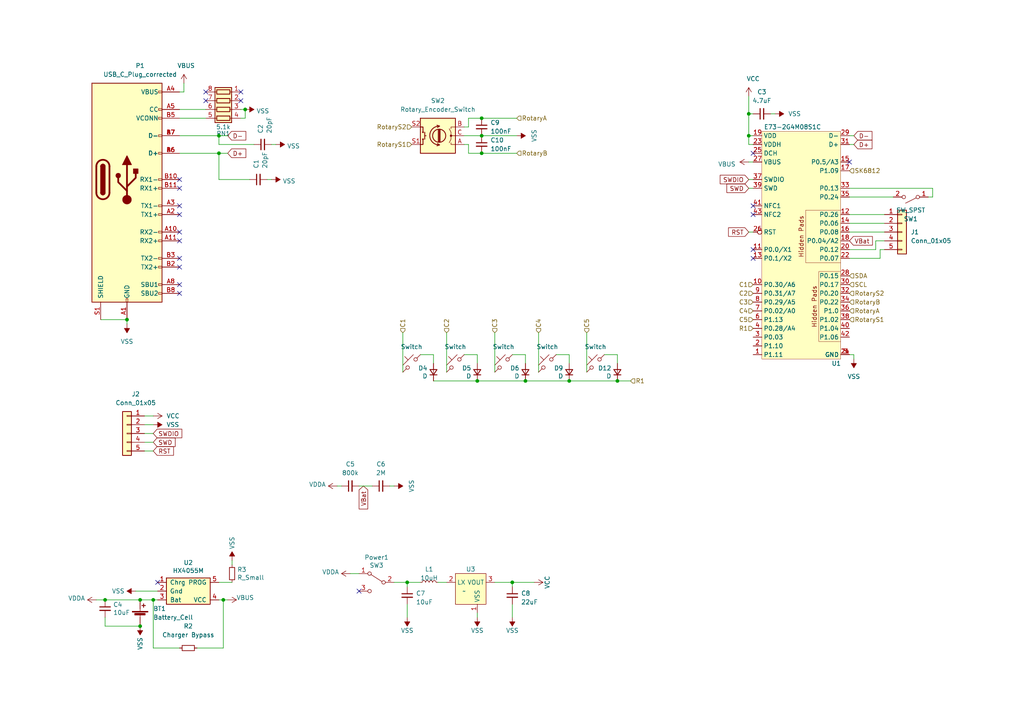
<source format=kicad_sch>
(kicad_sch (version 20230121) (generator eeschema)
  (paper "A4")
  (lib_symbols
    (symbol "BadgePirates:USB_C_Plug_corrected" (pin_names (offset 1.016))
      (property "Reference" "P" (at -10.16 29.21 0))
      (property "Value" "USB_C_Plug_corrected" (at 10.16 29.21 0))
      (symbol "USB_C_Plug_corrected_0_0"
        (rectangle (start -0.254 -35.56) (end 0.254 -34.544))
        (rectangle (start 10.16 -32.766) (end 9.144 -33.274))
        (rectangle (start 10.16 -30.226) (end 9.144 -30.734))
        (rectangle (start 10.16 -25.146) (end 9.144 -25.654))
        (rectangle (start 10.16 -22.606) (end 9.144 -23.114))
        (rectangle (start 10.16 -17.526) (end 9.144 -18.034))
        (rectangle (start 10.16 -14.986) (end 9.144 -15.494))
        (rectangle (start 10.16 -9.906) (end 9.144 -10.414))
        (rectangle (start 10.16 -7.366) (end 9.144 -7.874))
        (rectangle (start 10.16 -2.286) (end 9.144 -2.794))
        (rectangle (start 10.16 0.254) (end 9.144 -0.254))
        (rectangle (start 10.16 7.874) (end 9.144 7.366))
        (rectangle (start 10.16 12.954) (end 9.144 12.446))
        (rectangle (start 10.16 18.034) (end 9.144 17.526))
        (rectangle (start 10.16 20.574) (end 9.144 20.066))
        (rectangle (start 10.16 25.654) (end 9.144 25.146))
      )
      (symbol "USB_C_Plug_corrected_0_1"
        (rectangle (start -10.16 27.94) (end 10.16 -35.56) (stroke (width 0.254)) (fill (type background)))
        (arc (start -8.89 -3.81) (mid -6.985 -5.7067) (end -5.08 -3.81) (stroke (width 0.508)))
        (arc (start -7.62 -3.81) (mid -6.985 -4.4423) (end -6.35 -3.81) (stroke (width 0.254)))
        (arc (start -7.62 -3.81) (mid -6.985 -4.4423) (end -6.35 -3.81) (stroke (width 0.254)) (fill (type outline)))
        (rectangle (start -7.62 -3.81) (end -6.35 3.81) (stroke (width 0.254)) (fill (type outline)))
        (arc (start -6.35 3.81) (mid -6.985 4.4423) (end -7.62 3.81) (stroke (width 0.254)))
        (arc (start -6.35 3.81) (mid -6.985 4.4423) (end -7.62 3.81) (stroke (width 0.254)) (fill (type outline)))
        (arc (start -5.08 3.81) (mid -6.985 5.7067) (end -8.89 3.81) (stroke (width 0.508)))
        (polyline (pts (xy -8.89 -3.81) (xy -8.89 3.81)) (stroke (width 0.508)))
        (polyline (pts (xy -5.08 3.81) (xy -5.08 -3.81)) (stroke (width 0.508)))
      )
      (symbol "USB_C_Plug_corrected_1_1"
        (circle (center -2.54 1.143) (radius 0.635) (stroke (width 0.254)) (fill (type outline)))
        (circle (center 0 -5.842) (radius 1.27) (fill (type outline)))
        (polyline (pts (xy 0 -5.842) (xy 0 4.318)) (stroke (width 0.508)))
        (polyline (pts (xy 0 -3.302) (xy -2.54 -0.762) (xy -2.54 0.508)) (stroke (width 0.508)))
        (polyline (pts (xy 0 -2.032) (xy 2.54 0.508) (xy 2.54 1.778)) (stroke (width 0.508)))
        (polyline (pts (xy -1.27 4.318) (xy 0 6.858) (xy 1.27 4.318) (xy -1.27 4.318)) (stroke (width 0.254)) (fill (type outline)))
        (rectangle (start 1.905 1.778) (end 3.175 3.048) (stroke (width 0.254)) (fill (type outline)))
        (pin passive line (at 0 -40.64 90) (length 5.08) (name "GND") (number "A1"))
        (pin bidirectional line (at 15.24 -15.24 180) (length 5.08) (name "RX2-") (number "A10"))
        (pin bidirectional line (at 15.24 -17.78 180) (length 5.08) (name "RX2+") (number "A11"))
        (pin passive line (at 0 -40.64 90) (length 5.08) hide (name "GND") (number "A12"))
        (pin bidirectional line (at 15.24 -10.16 180) (length 5.08) (name "TX1+") (number "A2"))
        (pin bidirectional line (at 15.24 -7.62 180) (length 5.08) (name "TX1-") (number "A3"))
        (pin passive line (at 15.24 25.4 180) (length 5.08) (name "VBUS") (number "A4"))
        (pin bidirectional line (at 15.24 20.32 180) (length 5.08) (name "CC") (number "A5"))
        (pin bidirectional line (at 15.24 7.62 180) (length 5.08) (name "D+") (number "A6"))
        (pin bidirectional line (at 15.24 12.7 180) (length 5.08) (name "D-") (number "A7"))
        (pin bidirectional line (at 15.24 -30.48 180) (length 5.08) (name "SBU1") (number "A8"))
        (pin passive line (at 15.24 25.4 180) (length 5.08) hide (name "VBUS") (number "A9"))
        (pin passive line (at 0 -40.64 90) (length 5.08) hide (name "GND") (number "B1"))
        (pin bidirectional line (at 15.24 0 180) (length 5.08) (name "RX1-") (number "B10"))
        (pin bidirectional line (at 15.24 -2.54 180) (length 5.08) (name "RX1+") (number "B11"))
        (pin passive line (at 0 -40.64 90) (length 5.08) hide (name "GND") (number "B12"))
        (pin bidirectional line (at 15.24 -25.4 180) (length 5.08) (name "TX2+") (number "B2"))
        (pin bidirectional line (at 15.24 -22.86 180) (length 5.08) (name "TX2-") (number "B3"))
        (pin passive line (at 15.24 25.4 180) (length 5.08) hide (name "VBUS") (number "B4"))
        (pin bidirectional line (at 15.24 17.78 180) (length 5.08) (name "VCONN") (number "B5"))
        (pin bidirectional line (at 15.24 7.62 180) (length 5.08) (name "D+") (number "B6"))
        (pin bidirectional line (at 15.24 12.7 180) (length 5.08) (name "D-") (number "B7"))
        (pin bidirectional line (at 15.24 -33.02 180) (length 5.08) (name "SBU2") (number "B8"))
        (pin passive line (at 15.24 25.4 180) (length 5.08) hide (name "VBUS") (number "B9"))
        (pin passive line (at -7.62 -40.64 90) (length 5.08) (name "SHIELD") (number "S1"))
      )
    )
    (symbol "Connector_Generic:Conn_01x05" (pin_names (offset 1.016) hide)
      (property "Reference" "J" (at 0 7.62 0))
      (property "Value" "Conn_01x05" (at 0 -7.62 0))
      (symbol "Conn_01x05_1_1"
        (rectangle (start -1.27 -4.953) (end 0 -5.207) (stroke (width 0.1524)))
        (rectangle (start -1.27 -2.413) (end 0 -2.667) (stroke (width 0.1524)))
        (rectangle (start -1.27 0.127) (end 0 -0.127) (stroke (width 0.1524)))
        (rectangle (start -1.27 2.667) (end 0 2.413) (stroke (width 0.1524)))
        (rectangle (start -1.27 5.207) (end 0 4.953) (stroke (width 0.1524)))
        (rectangle (start -1.27 6.35) (end 1.27 -6.35) (stroke (width 0.254)) (fill (type background)))
        (pin passive line (at -5.08 5.08 0) (length 3.81) (name "Pin_1") (number "1"))
        (pin passive line (at -5.08 2.54 0) (length 3.81) (name "Pin_2") (number "2"))
        (pin passive line (at -5.08 0 0) (length 3.81) (name "Pin_3") (number "3"))
        (pin passive line (at -5.08 -2.54 0) (length 3.81) (name "Pin_4") (number "4"))
        (pin passive line (at -5.08 -5.08 0) (length 3.81) (name "Pin_5") (number "5"))
      )
    )
    (symbol "Device:Battery_Cell" (pin_numbers hide) (pin_names (offset 0) hide)
      (property "Reference" "BT" (at 2.54 2.54 0))
      (property "Value" "Battery_Cell" (at 2.54 0 0))
      (symbol "Battery_Cell_0_1"
        (rectangle (start -2.286 1.778) (end 2.286 1.524) (fill (type outline)))
        (rectangle (start -1.5748 1.1938) (end 1.4732 0.6858) (fill (type outline)))
        (polyline (pts (xy 0 0.762) (xy 0 0)))
        (polyline (pts (xy 0 1.778) (xy 0 2.54)))
        (polyline (pts (xy 0.508 3.429) (xy 1.524 3.429)) (stroke (width 0.254)))
        (polyline (pts (xy 1.016 3.937) (xy 1.016 2.921)) (stroke (width 0.254)))
      )
      (symbol "Battery_Cell_1_1"
        (pin passive line (at 0 5.08 270) (length 2.54) (name "+") (number "1"))
        (pin passive line (at 0 -2.54 90) (length 2.54) (name "-") (number "2"))
      )
    )
    (symbol "Device:C_Small" (pin_numbers hide) (pin_names (offset 0.254) hide)
      (property "Reference" "C" (at 0.254 1.778 0))
      (property "Value" "C_Small" (at 0.254 -2.032 0))
      (symbol "C_Small_0_1"
        (polyline (pts (xy -1.524 -0.508) (xy 1.524 -0.508)) (stroke (width 0.3302)))
        (polyline (pts (xy -1.524 0.508) (xy 1.524 0.508)) (stroke (width 0.3048)))
      )
      (symbol "C_Small_1_1"
        (pin passive line (at 0 2.54 270) (length 2.032) (name "~") (number "1"))
        (pin passive line (at 0 -2.54 90) (length 2.032) (name "~") (number "2"))
      )
    )
    (symbol "Device:D_Small" (pin_numbers hide) (pin_names (offset 0.254) hide)
      (property "Reference" "D" (at -1.27 2.032 0))
      (property "Value" "D_Small" (at -3.81 -2.032 0))
      (symbol "D_Small_0_1"
        (polyline (pts (xy -0.762 -1.016) (xy -0.762 1.016)) (stroke (width 0.254)))
        (polyline (pts (xy -0.762 0) (xy 0.762 0)))
        (polyline (pts (xy 0.762 -1.016) (xy -0.762 0) (xy 0.762 1.016) (xy 0.762 -1.016)) (stroke (width 0.254)))
      )
      (symbol "D_Small_1_1"
        (pin passive line (at -2.54 0 0) (length 1.778) (name "K") (number "1"))
        (pin passive line (at 2.54 0 180) (length 1.778) (name "A") (number "2"))
      )
    )
    (symbol "Device:L_Small" (pin_numbers hide) (pin_names (offset 0.254) hide)
      (property "Reference" "L" (at 0.762 1.016 0))
      (property "Value" "L_Small" (at 0.762 -1.016 0))
      (symbol "L_Small_0_1"
        (arc (start 0 -2.032) (mid 0.5058 -1.524) (end 0 -1.016))
        (arc (start 0 -1.016) (mid 0.5058 -0.508) (end 0 0))
        (arc (start 0 0) (mid 0.5058 0.508) (end 0 1.016))
        (arc (start 0 1.016) (mid 0.5058 1.524) (end 0 2.032))
      )
      (symbol "L_Small_1_1"
        (pin passive line (at 0 2.54 270) (length 0.508) (name "~") (number "1"))
        (pin passive line (at 0 -2.54 90) (length 0.508) (name "~") (number "2"))
      )
    )
    (symbol "Device:R_Pack04" (pin_names (offset 0) hide)
      (property "Reference" "RN" (at -7.62 0 90))
      (property "Value" "R_Pack04" (at 5.08 0 90))
      (symbol "R_Pack04_0_1"
        (rectangle (start -6.35 -2.413) (end 3.81 2.413) (stroke (width 0.254)) (fill (type background)))
        (rectangle (start -5.715 1.905) (end -4.445 -1.905) (stroke (width 0.254)))
        (rectangle (start -3.175 1.905) (end -1.905 -1.905) (stroke (width 0.254)))
        (rectangle (start -0.635 1.905) (end 0.635 -1.905) (stroke (width 0.254)))
        (polyline (pts (xy -5.08 -2.54) (xy -5.08 -1.905)))
        (polyline (pts (xy -5.08 1.905) (xy -5.08 2.54)))
        (polyline (pts (xy -2.54 -2.54) (xy -2.54 -1.905)))
        (polyline (pts (xy -2.54 1.905) (xy -2.54 2.54)))
        (polyline (pts (xy 0 -2.54) (xy 0 -1.905)))
        (polyline (pts (xy 0 1.905) (xy 0 2.54)))
        (polyline (pts (xy 2.54 -2.54) (xy 2.54 -1.905)))
        (polyline (pts (xy 2.54 1.905) (xy 2.54 2.54)))
        (rectangle (start 1.905 1.905) (end 3.175 -1.905) (stroke (width 0.254)))
      )
      (symbol "R_Pack04_1_1"
        (pin passive line (at -5.08 -5.08 90) (length 2.54) (name "R1.1") (number "1"))
        (pin passive line (at -2.54 -5.08 90) (length 2.54) (name "R2.1") (number "2"))
        (pin passive line (at 0 -5.08 90) (length 2.54) (name "R3.1") (number "3"))
        (pin passive line (at 2.54 -5.08 90) (length 2.54) (name "R4.1") (number "4"))
        (pin passive line (at 2.54 5.08 270) (length 2.54) (name "R4.2") (number "5"))
        (pin passive line (at 0 5.08 270) (length 2.54) (name "R3.2") (number "6"))
        (pin passive line (at -2.54 5.08 270) (length 2.54) (name "R2.2") (number "7"))
        (pin passive line (at -5.08 5.08 270) (length 2.54) (name "R1.2") (number "8"))
      )
    )
    (symbol "Device:R_Small" (pin_numbers hide) (pin_names (offset 0.254) hide)
      (property "Reference" "R" (at 0.762 0.508 0))
      (property "Value" "R_Small" (at 0.762 -1.016 0))
      (symbol "R_Small_0_1"
        (rectangle (start -0.762 1.778) (end 0.762 -1.778) (stroke (width 0.2032)))
      )
      (symbol "R_Small_1_1"
        (pin passive line (at 0 2.54 270) (length 0.762) (name "~") (number "1"))
        (pin passive line (at 0 -2.54 90) (length 0.762) (name "~") (number "2"))
      )
    )
    (symbol "Device:Rotary_Encoder_Switch" (pin_names (offset 0.254) hide)
      (property "Reference" "SW" (at 0 6.604 0))
      (property "Value" "Rotary_Encoder_Switch" (at 0 -6.604 0))
      (symbol "Rotary_Encoder_Switch_0_1"
        (rectangle (start -5.08 5.08) (end 5.08 -5.08) (stroke (width 0.254)) (fill (type background)))
        (circle (center -3.81 0) (radius 0.254) (fill (type outline)))
        (arc (start -0.381 -2.794) (mid 2.3376 -0.0635) (end -0.381 2.667) (stroke (width 0.254)))
        (circle (center -0.381 0) (radius 1.905) (stroke (width 0.254)))
        (polyline (pts (xy -0.635 -1.778) (xy -0.635 1.778)) (stroke (width 0.254)))
        (polyline (pts (xy -0.381 -1.778) (xy -0.381 1.778)) (stroke (width 0.254)))
        (polyline (pts (xy -0.127 1.778) (xy -0.127 -1.778)) (stroke (width 0.254)))
        (polyline (pts (xy 3.81 0) (xy 3.429 0)) (stroke (width 0.254)))
        (polyline (pts (xy 3.81 1.016) (xy 3.81 -1.016)) (stroke (width 0.254)))
        (polyline (pts (xy -5.08 -2.54) (xy -3.81 -2.54) (xy -3.81 -2.032)))
        (polyline (pts (xy -5.08 2.54) (xy -3.81 2.54) (xy -3.81 2.032)))
        (polyline (pts (xy 0.254 -3.048) (xy -0.508 -2.794) (xy 0.127 -2.413)) (stroke (width 0.254)))
        (polyline (pts (xy 0.254 2.921) (xy -0.508 2.667) (xy 0.127 2.286)) (stroke (width 0.254)))
        (polyline (pts (xy 5.08 -2.54) (xy 4.318 -2.54) (xy 4.318 -1.016)) (stroke (width 0.254)))
        (polyline (pts (xy 5.08 2.54) (xy 4.318 2.54) (xy 4.318 1.016)) (stroke (width 0.254)))
        (polyline (pts (xy -5.08 0) (xy -3.81 0) (xy -3.81 -1.016) (xy -3.302 -2.032)))
        (polyline (pts (xy -4.318 0) (xy -3.81 0) (xy -3.81 1.016) (xy -3.302 2.032)))
        (circle (center 4.318 -1.016) (radius 0.127) (stroke (width 0.254)))
        (circle (center 4.318 1.016) (radius 0.127) (stroke (width 0.254)))
      )
      (symbol "Rotary_Encoder_Switch_1_1"
        (pin passive line (at -7.62 2.54 0) (length 2.54) (name "A") (number "A"))
        (pin passive line (at -7.62 -2.54 0) (length 2.54) (name "B") (number "B"))
        (pin passive line (at -7.62 0 0) (length 2.54) (name "C") (number "C"))
        (pin passive line (at 7.62 2.54 180) (length 2.54) (name "S1") (number "S1"))
        (pin passive line (at 7.62 -2.54 180) (length 2.54) (name "S2") (number "S2"))
      )
    )
    (symbol "E73:E73-2G4M08S1C"
      (property "Reference" "U" (at -19.05 -66.04 0))
      (property "Value" "E73-2G4M08S1C" (at 0 13.97 0))
      (symbol "E73-2G4M08S1C_0_0"
        (rectangle (start -10.16 12.7) (end 12.7 -53.34) (stroke (width 0.001)) (fill (type background)))
        (text "Hidden Pads" (at 1.27 -17.78 900) (effects (font (size 1.27 1.27))))
        (text "Hidden Pads" (at 5.08 -38.1 900) (effects (font (size 1.27 1.27))))
      )
      (symbol "E73-2G4M08S1C_0_1"
        (polyline (pts (xy 12.7 -27.94) (xy 6.35 -27.94) (xy 6.35 -48.26) (xy 12.7 -48.26)) (stroke (width 0.0005)))
        (polyline (pts (xy 12.7 -10.16) (xy 2.54 -10.16) (xy 2.54 -25.4) (xy 12.7 -25.4)) (stroke (width 0.0005)))
      )
      (symbol "E73-2G4M08S1C_1_1"
        (pin input line (at -12.7 -52.07 0) (length 2.54) (name "P1.11") (number "1"))
        (pin input line (at -12.7 -31.75 0) (length 2.54) (name "P0.30/A6") (number "10"))
        (pin input line (at -12.7 -21.59 0) (length 2.54) (name "P0.0/X1") (number "11"))
        (pin input line (at 15.24 -11.43 180) (length 2.54) (name "P0.26") (number "12"))
        (pin input line (at -12.7 -24.13 0) (length 2.54) (name "P0.1/X2") (number "13"))
        (pin input line (at 15.24 -13.97 180) (length 2.54) (name "P0.06") (number "14"))
        (pin input line (at 15.24 3.81 180) (length 2.54) (name "P0.5/A3") (number "15"))
        (pin input line (at 15.24 -16.51 180) (length 2.54) (name "P0.08") (number "16"))
        (pin input line (at 15.24 1.27 180) (length 2.54) (name "P1.09") (number "17"))
        (pin input line (at 15.24 -19.05 180) (length 2.54) (name "P0.04/A2") (number "18"))
        (pin input line (at -12.7 11.43 0) (length 2.54) (name "VDD") (number "19"))
        (pin input line (at -12.7 -49.53 0) (length 2.54) (name "P1.10") (number "2"))
        (pin input line (at 15.24 -21.59 180) (length 2.54) (name "P0.12") (number "20"))
        (pin input line (at 15.24 -52.07 180) (length 2.54) (name "GND") (number "21"))
        (pin input line (at 15.24 -24.13 180) (length 2.54) (name "P0.07") (number "22"))
        (pin input line (at -12.7 8.89 0) (length 2.54) (name "VDDH") (number "23"))
        (pin input line (at 15.24 -52.07 180) (length 2.54) (name "GND") (number "24"))
        (pin output line (at -12.7 6.35 0) (length 2.54) (name "DCH") (number "25"))
        (pin input inverted (at -12.7 -16.51 0) (length 2.54) (name "RST") (number "26"))
        (pin input line (at -12.7 3.81 0) (length 2.54) (name "VBUS") (number "27"))
        (pin input line (at 15.24 -29.21 180) (length 2.54) (name "P0.15") (number "28"))
        (pin input line (at 15.24 11.43 180) (length 2.54) (name "D-") (number "29"))
        (pin input line (at -12.7 -46.99 0) (length 2.54) (name "P0.03") (number "3"))
        (pin input line (at 15.24 -31.75 180) (length 2.54) (name "P0.17") (number "30"))
        (pin input line (at 15.24 8.89 180) (length 2.54) (name "D+") (number "31"))
        (pin input line (at 15.24 -34.29 180) (length 2.54) (name "P0.20") (number "32"))
        (pin input line (at 15.24 -3.81 180) (length 2.54) (name "P0.13") (number "33"))
        (pin input line (at 15.24 -36.83 180) (length 2.54) (name "P0.22") (number "34"))
        (pin input line (at 15.24 -6.35 180) (length 2.54) (name "P0.24") (number "35"))
        (pin input line (at 15.24 -39.37 180) (length 2.54) (name "P1.0") (number "36"))
        (pin input line (at -12.7 -1.27 0) (length 2.54) (name "SWDIO") (number "37"))
        (pin input line (at 15.24 -41.91 180) (length 2.54) (name "P1.02") (number "38"))
        (pin input line (at -12.7 -3.81 0) (length 2.54) (name "SWD") (number "39"))
        (pin input line (at -12.7 -44.45 0) (length 2.54) (name "P0.28/A4") (number "4"))
        (pin input line (at 15.24 -44.45 180) (length 2.54) (name "P1.04") (number "40"))
        (pin input line (at -12.7 -8.89 0) (length 2.54) (name "NFC1") (number "41"))
        (pin input line (at 15.24 -46.99 180) (length 2.54) (name "P1.06") (number "42"))
        (pin input line (at -12.7 -11.43 0) (length 2.54) (name "NFC2") (number "43"))
        (pin input line (at 15.24 -52.07 180) (length 2.54) (name "GND") (number "5"))
        (pin input line (at -12.7 -41.91 0) (length 2.54) (name "P1.13") (number "6"))
        (pin input line (at -12.7 -39.37 0) (length 2.54) (name "P0.02/A0") (number "7"))
        (pin input line (at -12.7 -36.83 0) (length 2.54) (name "P0.29/A5") (number "8"))
        (pin input line (at -12.7 -34.29 0) (length 2.54) (name "P0.31/A7") (number "9"))
      )
    )
    (symbol "Switch:SW_Push_45deg" (pin_numbers hide) (pin_names (offset 1.016) hide)
      (property "Reference" "SW" (at 3.048 1.016 0))
      (property "Value" "SW_Push_45deg" (at 0 -3.81 0))
      (symbol "SW_Push_45deg_0_1"
        (circle (center -1.1684 1.1684) (radius 0.508))
        (polyline (pts (xy -0.508 2.54) (xy 2.54 -0.508)))
        (polyline (pts (xy 1.016 1.016) (xy 2.032 2.032)))
        (polyline (pts (xy -2.54 2.54) (xy -1.524 1.524) (xy -1.524 1.524)))
        (polyline (pts (xy 1.524 -1.524) (xy 2.54 -2.54) (xy 2.54 -2.54) (xy 2.54 -2.54)))
        (circle (center 1.143 -1.1938) (radius 0.508))
        (pin passive line (at -2.54 2.54 0) (length 0) (name "1") (number "1"))
        (pin passive line (at 2.54 -2.54 180) (length 0) (name "2") (number "2"))
      )
    )
    (symbol "Switch:SW_SPDT" (pin_names (offset 0) hide)
      (property "Reference" "SW" (at 0 4.318 0))
      (property "Value" "SW_SPDT" (at 0 -5.08 0))
      (symbol "SW_SPDT_0_0"
        (circle (center -2.032 0) (radius 0.508))
        (circle (center 2.032 -2.54) (radius 0.508))
      )
      (symbol "SW_SPDT_0_1"
        (polyline (pts (xy -1.524 0.254) (xy 1.651 2.286)))
        (circle (center 2.032 2.54) (radius 0.508))
      )
      (symbol "SW_SPDT_1_1"
        (pin passive line (at 5.08 2.54 180) (length 2.54) (name "A") (number "1"))
        (pin passive line (at -5.08 0 0) (length 2.54) (name "B") (number "2"))
        (pin passive line (at 5.08 -2.54 180) (length 2.54) (name "C") (number "3"))
      )
    )
    (symbol "Switch:SW_SPST" (pin_names (offset 0) hide)
      (property "Reference" "SW" (at 0 3.175 0))
      (property "Value" "SW_SPST" (at 0 -2.54 0))
      (symbol "SW_SPST_0_0"
        (circle (center -2.032 0) (radius 0.508))
        (polyline (pts (xy -1.524 0.254) (xy 1.524 1.778)))
        (circle (center 2.032 0) (radius 0.508))
      )
      (symbol "SW_SPST_1_1"
        (pin passive line (at -5.08 0 0) (length 2.54) (name "A") (number "1"))
        (pin passive line (at 5.08 0 180) (length 2.54) (name "B") (number "2"))
      )
    )
    (symbol "TwitterKeyboard-rescue:HX4055M-MechKeyboard" (pin_names (offset 1.016))
      (property "Reference" "U" (at 5.08 -10.16 0))
      (property "Value" "HX4055M-MechKeyboard" (at 0 0 0))
      (symbol "HX4055M-MechKeyboard_0_1"
        (rectangle (start -6.35 -1.27) (end 6.35 -8.89) (stroke (width 0.254)) (fill (type background)))
      )
      (symbol "HX4055M-MechKeyboard_1_1"
        (pin input line (at -8.89 -2.54 0) (length 2.54) (name "Chrg") (number "1"))
        (pin input line (at -8.89 -5.08 0) (length 2.54) (name "Gnd") (number "2"))
        (pin input line (at -8.89 -7.62 0) (length 2.54) (name "Bat") (number "3"))
        (pin input line (at 8.89 -7.62 180) (length 2.54) (name "VCC") (number "4"))
        (pin input line (at 8.89 -2.54 180) (length 2.54) (name "PROG") (number "5"))
      )
    )
    (symbol "UE-Power:XT1861B332MR-G"
      (property "Reference" "U" (at -2.54 6.35 0))
      (symbol "XT1861B332MR-G_1_1"
        (rectangle (start -2.54 5.08) (end 6.35 -3.81) (fill (type background)))
        (pin input line (at 3.81 -6.35 90) (length 2.54) (name "VSS") (number "1"))
        (pin input line (at -5.08 2.54 0) (length 2.54) (name "LX") (number "2"))
        (pin input line (at 8.89 2.54 180) (length 2.54) (name "VOUT") (number "3"))
      )
    )
    (symbol "power:VBUS" (power) (pin_names (offset 0))
      (property "Value" "VBUS" (at 0 3.81 0))
      (symbol "VBUS_0_1"
        (polyline (pts (xy -0.762 1.27) (xy 0 2.54)))
        (polyline (pts (xy 0 0) (xy 0 2.54)))
        (polyline (pts (xy 0 2.54) (xy 0.762 1.27)))
      )
      (symbol "VBUS_1_1"
        (pin power_in line (at 0 0 90) (length 0) hide (name "VBUS") (number "1"))
      )
    )
    (symbol "power:VCC" (power) (pin_names (offset 0))
      (property "Value" "VCC" (at 0 3.81 0))
      (symbol "VCC_0_1"
        (polyline (pts (xy -0.762 1.27) (xy 0 2.54)))
        (polyline (pts (xy 0 0) (xy 0 2.54)))
        (polyline (pts (xy 0 2.54) (xy 0.762 1.27)))
      )
      (symbol "VCC_1_1"
        (pin power_in line (at 0 0 90) (length 0) hide (name "VCC") (number "1"))
      )
    )
    (symbol "power:VDDA" (power) (pin_names (offset 0))
      (property "Value" "VDDA" (at 0 3.81 0))
      (symbol "VDDA_0_1"
        (polyline (pts (xy -0.762 1.27) (xy 0 2.54)))
        (polyline (pts (xy 0 0) (xy 0 2.54)))
        (polyline (pts (xy 0 2.54) (xy 0.762 1.27)))
      )
      (symbol "VDDA_1_1"
        (pin power_in line (at 0 0 90) (length 0) hide (name "VDDA") (number "1"))
      )
    )
    (symbol "power:VSS" (power) (pin_names (offset 0))
      (property "Value" "VSS" (at 0 3.81 0))
      (symbol "VSS_0_1"
        (polyline (pts (xy 0 0) (xy 0 2.54)))
        (polyline (pts (xy 0.762 1.27) (xy -0.762 1.27) (xy 0 2.54) (xy 0.762 1.27)) (fill (type outline)))
      )
      (symbol "VSS_1_1"
        (pin power_in line (at 0 0 90) (length 0) hide (name "VSS") (number "1"))
      )
    )
  )
  (junction (at 44.45 173.99) (diameter 0.9144))
  (junction (at 139.7 34.29) (diameter 0.9144))
  (junction (at 40.64 173.99) (diameter 0.9144))
  (junction (at 63.5 44.45) (diameter 0.9144))
  (junction (at 138.43 110.49) (diameter 0.9144))
  (junction (at 179.07 110.49) (diameter 0.9144))
  (junction (at 217.17 33.02) (diameter 0.9144))
  (junction (at 165.1 110.49) (diameter 0.9144))
  (junction (at 64.77 173.99) (diameter 0.9144))
  (junction (at 139.7 39.37) (diameter 0.9144))
  (junction (at 152.4 110.49) (diameter 0.9144))
  (junction (at 139.7 44.45) (diameter 0.9144))
  (junction (at 71.12 31.75) (diameter 0.9144))
  (junction (at 63.5 39.37) (diameter 0.9144))
  (junction (at 30.48 173.99) (diameter 0.9144))
  (junction (at 40.64 181.61) (diameter 0.9144))
  (junction (at 36.83 92.71) (diameter 0.9144))
  (junction (at 148.59 168.91))
  (junction (at 118.11 168.91))
  (junction (at 217.17 39.37) (diameter 0.9144))
  (no_connect (at 52.07 69.85))
  (no_connect (at 52.07 62.23))
  (no_connect (at 52.07 67.31))
  (no_connect (at 218.44 74.93))
  (no_connect (at 69.85 29.21))
  (no_connect (at 59.69 26.67))
  (no_connect (at 52.07 77.47))
  (no_connect (at 52.07 59.69))
  (no_connect (at 52.07 74.93))
  (no_connect (at 45.72 168.91))
  (no_connect (at 104.14 171.45))
  (no_connect (at 218.44 44.45))
  (no_connect (at 218.44 62.23))
  (no_connect (at 52.07 82.55))
  (no_connect (at 52.07 85.09))
  (no_connect (at 52.07 52.07))
  (no_connect (at 218.44 59.69))
  (no_connect (at 218.44 72.39))
  (no_connect (at 52.07 54.61))
  (no_connect (at 59.69 29.21))
  (no_connect (at 246.38 46.99))
  (no_connect (at 69.85 26.67))
  (wire (pts (xy 254 69.85) (xy 254 72.39)))
  (wire (pts (xy 246.38 62.23) (xy 256.54 62.23)))
  (wire (pts (xy 27.94 173.99) (xy 30.48 173.99)))
  (wire (pts (xy 39.37 171.45) (xy 45.72 171.45)))
  (wire (pts (xy 217.17 46.99) (xy 218.44 46.99)))
  (wire (pts (xy 246.38 67.31) (xy 256.54 67.31)))
  (wire (pts (xy 63.5 52.07) (xy 63.5 44.45)))
  (wire (pts (xy 52.07 187.96) (xy 44.45 187.96)))
  (wire (pts (xy 118.11 175.26) (xy 118.11 179.07)))
  (wire (pts (xy 254 72.39) (xy 246.38 72.39)))
  (wire (pts (xy 165.1 110.49) (xy 179.07 110.49)))
  (wire (pts (xy 116.84 96.52) (xy 116.84 107.95)))
  (wire (pts (xy 129.54 96.52) (xy 129.54 107.95)))
  (wire (pts (xy 63.5 39.37) (xy 66.04 39.37)))
  (wire (pts (xy 52.07 39.37) (xy 63.5 39.37)))
  (wire (pts (xy 156.21 96.52) (xy 156.21 107.95)))
  (wire (pts (xy 255.27 72.39) (xy 256.54 72.39)))
  (wire (pts (xy 223.52 33.02) (xy 224.79 33.02)))
  (wire (pts (xy 77.47 52.07) (xy 78.74 52.07)))
  (wire (pts (xy 246.38 64.77) (xy 256.54 64.77)))
  (wire (pts (xy 64.77 173.99) (xy 66.04 173.99)))
  (wire (pts (xy 255.27 74.93) (xy 255.27 72.39)))
  (wire (pts (xy 152.4 105.41) (xy 152.4 102.87)))
  (wire (pts (xy 30.48 179.07) (xy 30.48 181.61)))
  (wire (pts (xy 138.43 102.87) (xy 134.62 102.87)))
  (wire (pts (xy 217.17 67.31) (xy 218.44 67.31)))
  (wire (pts (xy 139.7 39.37) (xy 149.86 39.37)))
  (wire (pts (xy 256.54 69.85) (xy 254 69.85)))
  (wire (pts (xy 71.12 31.75) (xy 71.12 34.29)))
  (wire (pts (xy 218.44 41.91) (xy 217.17 41.91)))
  (wire (pts (xy 52.07 34.29) (xy 59.69 34.29)))
  (wire (pts (xy 40.64 173.99) (xy 44.45 173.99)))
  (wire (pts (xy 101.6 166.37) (xy 104.14 166.37)))
  (wire (pts (xy 69.85 31.75) (xy 71.12 31.75)))
  (wire (pts (xy 57.15 187.96) (xy 64.77 187.96)))
  (wire (pts (xy 165.1 105.41) (xy 165.1 102.87)))
  (wire (pts (xy 97.79 140.97) (xy 99.06 140.97)))
  (wire (pts (xy 269.24 57.15) (xy 270.51 57.15)))
  (wire (pts (xy 78.74 41.91) (xy 80.01 41.91)))
  (wire (pts (xy 67.31 163.83) (xy 67.31 162.56)))
  (wire (pts (xy 165.1 102.87) (xy 161.29 102.87)))
  (wire (pts (xy 52.07 31.75) (xy 59.69 31.75)))
  (wire (pts (xy 53.34 24.13) (xy 53.34 26.67)))
  (wire (pts (xy 134.62 36.83) (xy 135.89 36.83)))
  (wire (pts (xy 63.5 168.91) (xy 67.31 168.91)))
  (wire (pts (xy 217.17 33.02) (xy 217.17 39.37)))
  (wire (pts (xy 135.89 36.83) (xy 135.89 34.29)))
  (wire (pts (xy 179.07 105.41) (xy 179.07 102.87)))
  (wire (pts (xy 217.17 27.94) (xy 217.17 33.02)))
  (wire (pts (xy 179.07 110.49) (xy 182.88 110.49)))
  (wire (pts (xy 41.91 130.81) (xy 44.45 130.81)))
  (wire (pts (xy 63.5 41.91) (xy 63.5 39.37)))
  (wire (pts (xy 247.65 41.91) (xy 246.38 41.91)))
  (wire (pts (xy 135.89 41.91) (xy 135.89 44.45)))
  (wire (pts (xy 118.11 168.91) (xy 121.92 168.91)))
  (wire (pts (xy 138.43 177.8) (xy 138.43 179.07)))
  (wire (pts (xy 217.17 41.91) (xy 217.17 39.37)))
  (wire (pts (xy 113.03 140.97) (xy 114.3 140.97)))
  (wire (pts (xy 135.89 44.45) (xy 139.7 44.45)))
  (wire (pts (xy 179.07 102.87) (xy 175.26 102.87)))
  (wire (pts (xy 53.34 26.67) (xy 52.07 26.67)))
  (wire (pts (xy 44.45 187.96) (xy 44.45 173.99)))
  (wire (pts (xy 246.38 54.61) (xy 270.51 54.61)))
  (wire (pts (xy 30.48 173.99) (xy 40.64 173.99)))
  (wire (pts (xy 125.73 105.41) (xy 125.73 102.87)))
  (wire (pts (xy 63.5 44.45) (xy 66.04 44.45)))
  (wire (pts (xy 138.43 105.41) (xy 138.43 102.87)))
  (wire (pts (xy 135.89 34.29) (xy 139.7 34.29)))
  (wire (pts (xy 217.17 54.61) (xy 218.44 54.61)))
  (wire (pts (xy 270.51 54.61) (xy 270.51 57.15)))
  (wire (pts (xy 134.62 39.37) (xy 139.7 39.37)))
  (wire (pts (xy 170.18 96.52) (xy 170.18 107.95)))
  (wire (pts (xy 246.38 74.93) (xy 255.27 74.93)))
  (wire (pts (xy 64.77 187.96) (xy 64.77 173.99)))
  (wire (pts (xy 139.7 44.45) (xy 149.86 44.45)))
  (wire (pts (xy 44.45 173.99) (xy 45.72 173.99)))
  (wire (pts (xy 127 168.91) (xy 129.54 168.91)))
  (wire (pts (xy 247.65 39.37) (xy 246.38 39.37)))
  (wire (pts (xy 125.73 102.87) (xy 121.92 102.87)))
  (wire (pts (xy 138.43 110.49) (xy 152.4 110.49)))
  (wire (pts (xy 72.39 52.07) (xy 63.5 52.07)))
  (wire (pts (xy 29.21 92.71) (xy 36.83 92.71)))
  (wire (pts (xy 41.91 128.27) (xy 44.45 128.27)))
  (wire (pts (xy 30.48 181.61) (xy 40.64 181.61)))
  (wire (pts (xy 63.5 173.99) (xy 64.77 173.99)))
  (wire (pts (xy 148.59 168.91) (xy 148.59 170.18)))
  (wire (pts (xy 152.4 102.87) (xy 148.59 102.87)))
  (wire (pts (xy 247.65 102.87) (xy 246.38 102.87)))
  (wire (pts (xy 218.44 39.37) (xy 217.17 39.37)))
  (wire (pts (xy 148.59 168.91) (xy 154.94 168.91)))
  (wire (pts (xy 41.91 123.19) (xy 44.45 123.19)))
  (wire (pts (xy 143.51 168.91) (xy 148.59 168.91)))
  (wire (pts (xy 118.11 168.91) (xy 118.11 170.18)))
  (wire (pts (xy 139.7 34.29) (xy 149.86 34.29)))
  (wire (pts (xy 143.51 96.52) (xy 143.51 107.95)))
  (wire (pts (xy 73.66 41.91) (xy 63.5 41.91)))
  (wire (pts (xy 69.85 34.29) (xy 71.12 34.29)))
  (wire (pts (xy 246.38 57.15) (xy 259.08 57.15)))
  (wire (pts (xy 36.83 92.71) (xy 36.83 93.98)))
  (wire (pts (xy 125.73 110.49) (xy 138.43 110.49)))
  (wire (pts (xy 104.14 140.97) (xy 107.95 140.97)))
  (wire (pts (xy 217.17 52.07) (xy 218.44 52.07)))
  (wire (pts (xy 52.07 44.45) (xy 63.5 44.45)))
  (wire (pts (xy 247.65 104.14) (xy 247.65 102.87)))
  (wire (pts (xy 217.17 33.02) (xy 218.44 33.02)))
  (wire (pts (xy 41.91 120.65) (xy 44.45 120.65)))
  (wire (pts (xy 114.3 168.91) (xy 118.11 168.91)))
  (wire (pts (xy 152.4 110.49) (xy 165.1 110.49)))
  (wire (pts (xy 41.91 125.73) (xy 44.45 125.73)))
  (wire (pts (xy 134.62 41.91) (xy 135.89 41.91)))
  (wire (pts (xy 148.59 175.26) (xy 148.59 179.07)))
  (global_label "SWDIO" (shape input) (at 217.17 52.07 180) (property "Intersheetrefs" "${INTERSHEET_REFS}" (effects hide)))
  (global_label "SWD" (shape input) (at 217.17 54.61 180) (property "Intersheetrefs" "${INTERSHEET_REFS}" (effects hide)))
  (global_label "VBat" (shape input) (at 105.41 140.97 270) (property "Intersheetrefs" "${INTERSHEET_REFS}" (effects hide)))
  (global_label "SWDIO" (shape input) (at 44.45 125.73 0) (property "Intersheetrefs" "${INTERSHEET_REFS}" (effects hide)))
  (global_label "RST" (shape input) (at 44.45 130.81 0) (property "Intersheetrefs" "${INTERSHEET_REFS}" (effects hide)))
  (global_label "D+" (shape input) (at 247.65 41.91 0) (property "Intersheetrefs" "${INTERSHEET_REFS}" (effects hide)))
  (global_label "D+" (shape input) (at 66.04 44.45 0) (property "Intersheetrefs" "${INTERSHEET_REFS}" (effects hide)))
  (global_label "RST" (shape input) (at 217.17 67.31 180) (property "Intersheetrefs" "${INTERSHEET_REFS}" (effects hide)))
  (global_label "SWD" (shape input) (at 44.45 128.27 0) (property "Intersheetrefs" "${INTERSHEET_REFS}" (effects hide)))
  (global_label "D-" (shape input) (at 247.65 39.37 0) (property "Intersheetrefs" "${INTERSHEET_REFS}" (effects hide)))
  (global_label "D-" (shape input) (at 66.04 39.37 0) (property "Intersheetrefs" "${INTERSHEET_REFS}" (effects hide)))
  (global_label "VBat" (shape input) (at 246.38 69.85 0) (property "Intersheetrefs" "${INTERSHEET_REFS}" (effects hide)))
  (hierarchical_label "C3" (shape input) (at 143.51 96.52 90))
  (hierarchical_label "R1" (shape input) (at 182.88 110.49 0))
  (hierarchical_label "RotaryA" (shape input) (at 246.38 90.17 0))
  (hierarchical_label "RotaryS1" (shape input) (at 119.38 41.91 180))
  (hierarchical_label "RotaryB" (shape input) (at 149.86 44.45 0))
  (hierarchical_label "C1" (shape input) (at 218.44 82.55 180))
  (hierarchical_label "RotaryS1" (shape input) (at 246.38 92.71 0))
  (hierarchical_label "SDA" (shape input) (at 246.38 80.01 0))
  (hierarchical_label "SCL" (shape input) (at 246.38 82.55 0))
  (hierarchical_label "C1" (shape input) (at 116.84 96.52 90))
  (hierarchical_label "C5" (shape input) (at 218.44 92.71 180))
  (hierarchical_label "RotaryB" (shape input) (at 246.38 87.63 0))
  (hierarchical_label "SK6812" (shape input) (at 246.38 49.53 0))
  (hierarchical_label "RotaryA" (shape input) (at 149.86 34.29 0))
  (hierarchical_label "RotaryS2" (shape input) (at 119.38 36.83 180))
  (hierarchical_label "C2" (shape input) (at 218.44 85.09 180))
  (hierarchical_label "C5" (shape input) (at 170.18 96.52 90))
  (hierarchical_label "C3" (shape input) (at 218.44 87.63 180))
  (hierarchical_label "C2" (shape input) (at 129.54 96.52 90))
  (hierarchical_label "RotaryS2" (shape input) (at 246.38 85.09 0))
  (hierarchical_label "C4" (shape input) (at 218.44 90.17 180))
  (hierarchical_label "C4" (shape input) (at 156.21 96.52 90))
  (hierarchical_label "R1" (shape input) (at 218.44 95.25 180))
  (symbol (lib_id "Connector_Generic:Conn_01x05") (at 36.83 125.73 0) (mirror y) (unit 1)
    (property "Reference" "J2" (at 39.37 114.3 0))
    (property "Value" "Conn_01x05" (at 39.37 116.84 0))
    (property "Footprint" "Connector_PinHeader_2.54mm:PinHeader_1x05_P2.54mm_Vertical" (effects hide))
  )
  (symbol (lib_id "Device:C_Small") (at 76.2 41.91 90) (unit 1)
    (property "Reference" "C2" (at 75.565 38.735 0) (effects (justify left)))
    (property "Value" "20pF" (at 78.105 38.735 0) (effects (justify left)))
    (property "Footprint" "Capacitor_SMD:C_0805_2012Metric" (effects hide))
  )
  (symbol (lib_id "Device:C_Small") (at 30.48 176.53 0) (unit 1)
    (property "Reference" "C4" (at 32.8168 175.3616 0) (effects (justify left)))
    (property "Value" "10uF" (at 32.8168 177.673 0) (effects (justify left)))
    (property "Footprint" "Capacitor_SMD:C_0805_2012Metric" (effects hide))
  )
  (symbol (lib_id "Connector_Generic:Conn_01x05") (at 261.62 67.31 0) (unit 1)
    (property "Reference" "J1" (at 264.16 67.31 0) (effects (justify left)))
    (property "Value" "Conn_01x05" (at 264.16 69.85 0) (effects (justify left)))
    (property "Footprint" "Connector_PinHeader_2.54mm:PinHeader_1x05_P2.54mm_Vertical" (effects hide))
  )
  (symbol (lib_id "Device:C_Small") (at 74.93 52.07 90) (unit 1)
    (property "Reference" "C1" (at 74.295 48.895 0) (effects (justify left)))
    (property "Value" "20pF" (at 76.835 48.895 0) (effects (justify left)))
    (property "Footprint" "Capacitor_SMD:C_0805_2012Metric" (effects hide))
  )
  (symbol (lib_id "Device:L_Small") (at 124.46 168.91 90) (unit 1)
    (property "Reference" "L1" (at 124.46 165.1 90))
    (property "Value" "10uH" (at 124.46 167.64 90))
    (property "Footprint" "Inductor_SMD:L_0805_2012Metric" (effects hide))
  )
  (symbol (lib_id "Device:C_Small") (at 148.59 172.72 0) (unit 1)
    (property "Reference" "C8" (at 151.13 172.0913 0) (effects (justify left)))
    (property "Value" "22uF" (at 151.13 174.6313 0) (effects (justify left)))
    (property "Footprint" "Capacitor_SMD:C_0805_2012Metric" (effects hide))
  )
  (symbol (lib_id "power:VSS") (at 149.86 39.37 270) (unit 1)
    (property "Reference" "#PWR026" (effects hide))
    (property "Value" "VSS" (at 154.94 39.37 0))
  )
  (symbol (lib_id "power:VBUS") (at 66.04 173.99 270) (unit 1)
    (property "Reference" "#PWR016" (effects hide))
    (property "Value" "VBUS" (at 71.12 173.355 90))
  )
  (symbol (lib_id "power:VCC") (at 154.94 168.91 270) (unit 1)
    (property "Reference" "#PWR023" (effects hide))
    (property "Value" "VCC" (at 158.75 168.91 0))
  )
  (symbol (lib_id "power:VSS") (at 224.79 33.02 270) (unit 1)
    (property "Reference" "#PWR08" (effects hide))
    (property "Value" "VSS" (at 228.6 33.02 90) (effects (justify left)))
  )
  (symbol (lib_id "power:VBUS") (at 53.34 24.13 0) (unit 1)
    (property "Reference" "#PWR02" (effects hide))
    (property "Value" "VBUS" (at 53.975 19.05 0))
  )
  (symbol (lib_id "Device:Rotary_Encoder_Switch") (at 127 39.37 180) (unit 1)
    (property "Reference" "SW2" (at 127 29.21 0))
    (property "Value" "Rotary_Encoder_Switch" (at 127 31.75 0))
    (property "Footprint" "cafebabe:EC11L1524E03_Rotary_Encoder" (effects hide))
  )
  (symbol (lib_id "UE-Power:XT1861B332MR-G") (at 134.62 171.45 0) (unit 1)
    (property "Reference" "U3" (at 136.525 165.1 0))
    (property "Value" "~" (at 134.62 171.45 0))
    (property "Footprint" "Package_TO_SOT_SMD:SOT-23" (effects hide))
  )
  (symbol (lib_id "power:VCC") (at 44.45 120.65 270) (unit 1)
    (property "Reference" "#PWR014" (effects hide))
    (property "Value" "VCC" (at 48.26 120.65 90) (effects (justify left)))
  )
  (symbol (lib_id "Device:D_Small") (at 165.1 107.95 270) (mirror x) (unit 1)
    (property "Reference" "D9" (at 163.3728 106.7816 90) (effects (justify right)))
    (property "Value" "D" (at 163.3728 109.093 90) (effects (justify right)))
    (property "Footprint" "Diode_SMD:D_SOD-123F" (effects hide))
  )
  (symbol (lib_id "power:VDDA") (at 27.94 173.99 90) (unit 1)
    (property "Reference" "#PWR011" (effects hide))
    (property "Value" "VDDA" (at 24.6888 173.5328 90) (effects (justify left)))
  )
  (symbol (lib_id "Device:R_Pack04") (at 64.77 31.75 90) (mirror x) (unit 1)
    (property "Reference" "RN1" (at 64.77 38.735 90))
    (property "Value" "5.1k" (at 64.77 36.83 90))
    (property "Footprint" "Resistor_SMD:R_Array_Convex_4x0603" (effects hide))
  )
  (symbol (lib_id "Switch:SW_Push_45deg") (at 146.05 105.41 0) (mirror y) (unit 1)
    (property "Reference" "SW7" (effects hide))
    (property "Value" "Switch" (at 146.05 100.584 0))
    (property "Footprint" "Button_Switch_Keyboard:SW_Cherry_MX_1.00u_PCB" (effects hide))
  )
  (symbol (lib_id "Device:D_Small") (at 179.07 107.95 270) (mirror x) (unit 1)
    (property "Reference" "D12" (at 177.3428 106.7816 90) (effects (justify right)))
    (property "Value" "D" (at 177.3428 109.093 90) (effects (justify right)))
    (property "Footprint" "Diode_SMD:D_SOD-123F" (effects hide))
  )
  (symbol (lib_id "Device:R_Small") (at 67.31 166.37 0) (unit 1)
    (property "Reference" "R3" (at 68.8086 165.2016 0) (effects (justify left)))
    (property "Value" "R_Small" (at 68.8086 167.513 0) (effects (justify left)))
    (property "Footprint" "Resistor_SMD:R_0805_2012Metric" (effects hide))
  )
  (symbol (lib_id "Device:C_Small") (at 220.98 33.02 90) (unit 1)
    (property "Reference" "C3" (at 220.98 26.67 90))
    (property "Value" "4.7uF" (at 220.98 29.21 90))
    (property "Footprint" "Capacitor_SMD:C_0805_2012Metric" (effects hide))
  )
  (symbol (lib_id "power:VSS") (at 39.37 171.45 90) (unit 1)
    (property "Reference" "#PWR012" (effects hide))
    (property "Value" "VSS" (at 34.29 171.45 90))
  )
  (symbol (lib_id "power:VCC") (at 217.17 27.94 0) (unit 1)
    (property "Reference" "#PWR06" (effects hide))
    (property "Value" "VCC" (at 218.44 22.86 0))
  )
  (symbol (lib_id "Switch:SW_SPDT") (at 109.22 168.91 0) (mirror y) (unit 1)
    (property "Reference" "Power1" (at 109.22 161.671 0))
    (property "Value" "SW3" (at 109.22 163.9824 0))
    (property "Footprint" "BreadBoardPwr:SK-3296S_switch" (effects hide))
  )
  (symbol (lib_id "Device:D_Small") (at 152.4 107.95 270) (mirror x) (unit 1)
    (property "Reference" "D6" (at 150.6728 106.7816 90) (effects (justify right)))
    (property "Value" "D" (at 150.6728 109.093 90) (effects (justify right)))
    (property "Footprint" "Diode_SMD:D_SOD-123F" (effects hide))
  )
  (symbol (lib_id "Switch:SW_Push_45deg") (at 132.08 105.41 0) (mirror y) (unit 1)
    (property "Reference" "SW6" (effects hide))
    (property "Value" "Switch" (at 132.08 100.584 0))
    (property "Footprint" "Button_Switch_Keyboard:SW_Cherry_MX_1.00u_PCB" (effects hide))
  )
  (symbol (lib_id "power:VSS") (at 118.11 179.07 180) (unit 1)
    (property "Reference" "#PWR019" (effects hide))
    (property "Value" "VSS" (at 118.11 182.88 0))
  )
  (symbol (lib_id "Device:Battery_Cell") (at 40.64 179.07 0) (unit 1)
    (property "Reference" "BT1" (at 44.45 176.53 0) (effects (justify left)))
    (property "Value" "Battery_Cell" (at 44.45 179.07 0) (effects (justify left)))
    (property "Footprint" "Battery:BatteryHolder_Keystone_3008_1x2450" (effects hide))
  )
  (symbol (lib_id "Device:C_Small") (at 139.7 41.91 0) (unit 1)
    (property "Reference" "C10" (at 142.24 40.64 0) (effects (justify left)))
    (property "Value" "100nF" (at 142.24 43.18 0) (effects (justify left)))
    (property "Footprint" "Capacitor_SMD:C_0805_2012Metric" (effects hide))
  )
  (symbol (lib_id "E73:E73-2G4M08S1C") (at 231.14 50.8 0) (unit 1)
    (property "Reference" "U1" (at 242.57 105.41 0))
    (property "Value" "E73-2G4M08S1C" (at 229.87 36.83 0))
    (property "Footprint" "E73:E73-2G4M08S1C" (effects hide))
  )
  (symbol (lib_id "Device:C_Small") (at 118.11 172.72 0) (unit 1)
    (property "Reference" "C7" (at 120.65 172.0913 0) (effects (justify left)))
    (property "Value" "10uF" (at 120.65 174.6313 0) (effects (justify left)))
    (property "Footprint" "Capacitor_SMD:C_0805_2012Metric" (effects hide))
  )
  (symbol (lib_id "Switch:SW_Push_45deg") (at 172.72 105.41 0) (mirror y) (unit 1)
    (property "Reference" "SW13" (effects hide))
    (property "Value" "Switch" (at 172.72 100.584 0))
    (property "Footprint" "Button_Switch_Keyboard:SW_Cherry_MX_1.00u_PCB" (effects hide))
  )
  (symbol (lib_id "power:VSS") (at 78.74 52.07 270) (unit 1)
    (property "Reference" "#PWR04" (effects hide))
    (property "Value" "VSS" (at 81.9912 52.5272 90) (effects (justify left)))
  )
  (symbol (lib_id "power:VSS") (at 40.64 181.61 180) (unit 1)
    (property "Reference" "#PWR013" (effects hide))
    (property "Value" "VSS" (at 40.64 186.69 90))
  )
  (symbol (lib_id "power:VSS") (at 247.65 104.14 180) (unit 1)
    (property "Reference" "#PWR09" (effects hide))
    (property "Value" "VSS" (at 247.65 109.22 0))
  )
  (symbol (lib_id "Device:D_Small") (at 125.73 107.95 270) (mirror x) (unit 1)
    (property "Reference" "D4" (at 124.0028 106.7816 90) (effects (justify right)))
    (property "Value" "D" (at 124.0028 109.093 90) (effects (justify right)))
    (property "Footprint" "Diode_SMD:D_SOD-123F" (effects hide))
  )
  (symbol (lib_id "power:VSS") (at 114.3 140.97 270) (unit 1)
    (property "Reference" "#PWR021" (effects hide))
    (property "Value" "VSS" (at 119.38 140.97 0))
  )
  (symbol (lib_id "Device:R_Small") (at 54.61 187.96 270) (unit 1)
    (property "Reference" "R2" (at 54.61 181.61 90))
    (property "Value" "Charger Bypass" (at 54.61 184.15 90))
    (property "Footprint" "Resistor_SMD:R_0805_2012Metric" (effects hide))
  )
  (symbol (lib_id "power:VSS") (at 138.43 179.07 180) (unit 1)
    (property "Reference" "#PWR020" (effects hide))
    (property "Value" "VSS" (at 138.43 182.88 0))
  )
  (symbol (lib_id "Device:C_Small") (at 139.7 36.83 0) (unit 1)
    (property "Reference" "C9" (at 142.24 35.56 0) (effects (justify left)))
    (property "Value" "100nF" (at 142.24 38.1 0) (effects (justify left)))
    (property "Footprint" "Capacitor_SMD:C_0805_2012Metric" (effects hide))
  )
  (symbol (lib_id "Switch:SW_Push_45deg") (at 158.75 105.41 0) (mirror y) (unit 1)
    (property "Reference" "SW10" (effects hide))
    (property "Value" "Switch" (at 158.75 100.584 0))
    (property "Footprint" "Button_Switch_Keyboard:SW_Cherry_MX_1.00u_PCB" (effects hide))
  )
  (symbol (lib_id "power:VDDA") (at 101.6 166.37 90) (unit 1)
    (property "Reference" "#PWR010" (effects hide))
    (property "Value" "VDDA" (at 98.3488 165.9128 90) (effects (justify left)))
  )
  (symbol (lib_id "power:VSS") (at 71.12 31.75 270) (unit 1)
    (property "Reference" "#PWR03" (effects hide))
    (property "Value" "VSS" (at 74.3712 32.2072 90) (effects (justify left)))
  )
  (symbol (lib_id "power:VBUS") (at 217.17 46.99 90) (unit 1)
    (property "Reference" "#PWR07" (effects hide))
    (property "Value" "VBUS" (at 210.82 47.625 90))
  )
  (symbol (lib_id "power:VSS") (at 67.31 162.56 0) (unit 1)
    (property "Reference" "#PWR017" (effects hide))
    (property "Value" "VSS" (at 67.31 157.48 90))
  )
  (symbol (lib_id "Device:C_Small") (at 110.49 140.97 90) (unit 1)
    (property "Reference" "C6" (at 110.49 134.62 90))
    (property "Value" "2M" (at 110.49 137.16 90))
    (property "Footprint" "Resistor_SMD:R_0805_2012Metric" (effects hide))
  )
  (symbol (lib_id "Switch:SW_Push_45deg") (at 119.38 105.41 0) (mirror y) (unit 1)
    (property "Reference" "SW5" (effects hide))
    (property "Value" "Switch" (at 119.38 100.584 0))
    (property "Footprint" "Button_Switch_Keyboard:SW_Cherry_MX_1.00u_PCB" (effects hide))
  )
  (symbol (lib_id "TwitterKeyboard-rescue:HX4055M-MechKeyboard") (at 54.61 166.37 0) (unit 1)
    (property "Reference" "U2" (at 54.61 163.195 0))
    (property "Value" "HX4055M" (at 54.61 165.5064 0))
    (property "Footprint" "Package_TO_SOT_SMD:SOT-23-5" (effects hide))
  )
  (symbol (lib_id "power:VSS") (at 44.45 123.19 270) (unit 1)
    (property "Reference" "#PWR015" (effects hide))
    (property "Value" "VSS" (at 48.26 123.19 90) (effects (justify left)))
  )
  (symbol (lib_id "power:VSS") (at 36.83 93.98 180) (unit 1)
    (property "Reference" "#PWR01" (effects hide))
    (property "Value" "VSS" (at 36.83 99.06 0))
  )
  (symbol (lib_id "BadgePirates:USB_C_Plug_corrected") (at 36.83 52.07 0) (unit 1)
    (property "Reference" "P1" (at 40.64 19.05 0))
    (property "Value" "USB_C_Plug_corrected" (at 40.64 21.59 0))
    (property "Footprint" "BadgePirates:USB_C_Receptical-Jing" (effects hide))
    (property "Datasheet" "https://www.usb.org/sites/default/files/documents/usb_type-c.zip" (effects hide))
  )
  (symbol (lib_id "power:VSS") (at 148.59 179.07 180) (unit 1)
    (property "Reference" "#PWR022" (effects hide))
    (property "Value" "VSS" (at 148.59 182.88 0))
  )
  (symbol (lib_id "power:VDDA") (at 97.79 140.97 90) (unit 1)
    (property "Reference" "#PWR018" (effects hide))
    (property "Value" "VDDA" (at 94.5388 140.5128 90) (effects (justify left)))
  )
  (symbol (lib_id "Device:D_Small") (at 138.43 107.95 270) (mirror x) (unit 1)
    (property "Reference" "D5" (at 136.7028 106.7816 90) (effects (justify right)))
    (property "Value" "D" (at 136.7028 109.093 90) (effects (justify right)))
    (property "Footprint" "Diode_SMD:D_SOD-123F" (effects hide))
  )
  (symbol (lib_id "power:VSS") (at 80.01 41.91 270) (unit 1)
    (property "Reference" "#PWR05" (effects hide))
    (property "Value" "VSS" (at 83.2612 42.3672 90) (effects (justify left)))
  )
  (symbol (lib_id "Device:C_Small") (at 101.6 140.97 90) (unit 1)
    (property "Reference" "C5" (at 101.6 134.62 90))
    (property "Value" "800k" (at 101.6 137.16 90))
    (property "Footprint" "Resistor_SMD:R_0805_2012Metric" (effects hide))
  )
  (symbol (lib_id "Switch:SW_SPST") (at 264.16 57.15 180) (unit 1)
    (property "Reference" "SW1" (at 264.16 63.5 0))
    (property "Value" "SW_SPST" (at 264.16 60.96 0))
    (property "Footprint" "RedVillage:TS36CA-0.7" (effects hide))
  )
)
</source>
